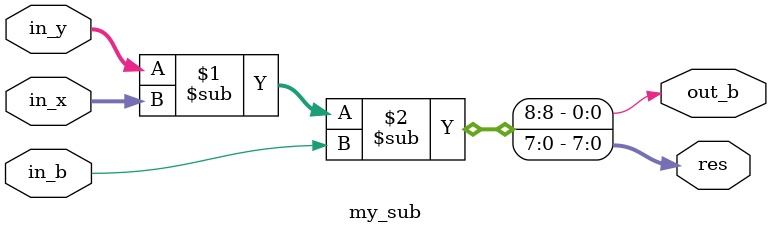
<source format=v>
module my_sub(res, out_b, in_y, in_x, in_b);
    output [7:0] res;
    output out_b;
    input [7:0] in_y, in_x;
    input in_b;
    assign {out_b,res} = in_y - in_x - in_b;
endmodule
</source>
